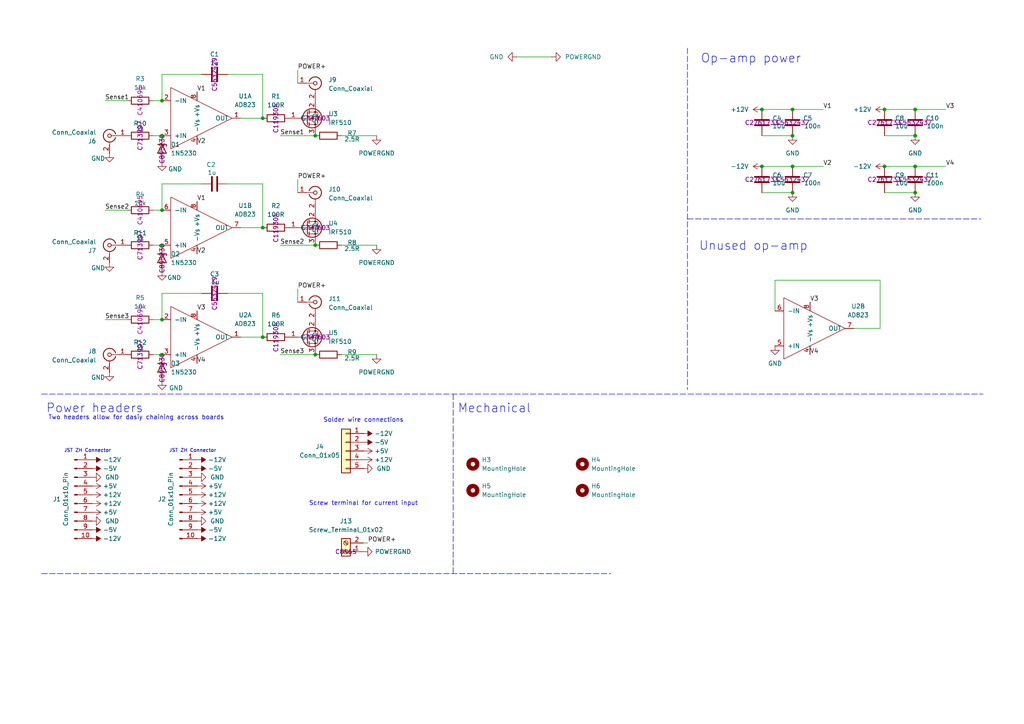
<source format=kicad_sch>
(kicad_sch (version 20250114) (generator "eeschema") (generator_version "9.0")
  (paper "A4")
  (title_block (title "3 Channel current driver") (comment 2 "Compatible with Hammond Manufacturing series 1457"))
  (lib_symbols
    (symbol "Connector:Conn_01x10_Pin" (pin_names (offset 1.016) (hide yes))
      (property "Reference" "J" (at 0 12.7 0))
      (property "Value" "Conn_01x10_Pin" (at 0 -15.24 0))
      (symbol "Conn_01x10_Pin_1_1"
        (rectangle (start 0.8636 10.287) (end 0 10.033) (stroke (width 0.1524)) (fill (type outline)))
        (rectangle (start 0.8636 7.747) (end 0 7.493) (stroke (width 0.1524)) (fill (type outline)))
        (rectangle (start 0.8636 5.207) (end 0 4.953) (stroke (width 0.1524)) (fill (type outline)))
        (rectangle (start 0.8636 2.667) (end 0 2.413) (stroke (width 0.1524)) (fill (type outline)))
        (rectangle (start 0.8636 0.127) (end 0 -0.127) (stroke (width 0.1524)) (fill (type outline)))
        (rectangle (start 0.8636 -2.413) (end 0 -2.667) (stroke (width 0.1524)) (fill (type outline)))
        (rectangle (start 0.8636 -4.953) (end 0 -5.207) (stroke (width 0.1524)) (fill (type outline)))
        (rectangle (start 0.8636 -7.493) (end 0 -7.747) (stroke (width 0.1524)) (fill (type outline)))
        (rectangle (start 0.8636 -10.033) (end 0 -10.287) (stroke (width 0.1524)) (fill (type outline)))
        (rectangle (start 0.8636 -12.573) (end 0 -12.827) (stroke (width 0.1524)) (fill (type outline)))
        (polyline (pts (xy 1.27 10.16) (xy 0.8636 10.16)) (stroke (width 0.1524)))
        (polyline (pts (xy 1.27 7.62) (xy 0.8636 7.62)) (stroke (width 0.1524)))
        (polyline (pts (xy 1.27 5.08) (xy 0.8636 5.08)) (stroke (width 0.1524)))
        (polyline (pts (xy 1.27 2.54) (xy 0.8636 2.54)) (stroke (width 0.1524)))
        (polyline (pts (xy 1.27 0) (xy 0.8636 0)) (stroke (width 0.1524)))
        (polyline (pts (xy 1.27 -2.54) (xy 0.8636 -2.54)) (stroke (width 0.1524)))
        (polyline (pts (xy 1.27 -5.08) (xy 0.8636 -5.08)) (stroke (width 0.1524)))
        (polyline (pts (xy 1.27 -7.62) (xy 0.8636 -7.62)) (stroke (width 0.1524)))
        (polyline (pts (xy 1.27 -10.16) (xy 0.8636 -10.16)) (stroke (width 0.1524)))
        (polyline (pts (xy 1.27 -12.7) (xy 0.8636 -12.7)) (stroke (width 0.1524)))
        (pin passive line (at 5.08 10.16 180) (length 3.81) (name "Pin_1") (number "1"))
        (pin passive line (at 5.08 7.62 180) (length 3.81) (name "Pin_2") (number "2"))
        (pin passive line (at 5.08 5.08 180) (length 3.81) (name "Pin_3") (number "3"))
        (pin passive line (at 5.08 2.54 180) (length 3.81) (name "Pin_4") (number "4"))
        (pin passive line (at 5.08 0 180) (length 3.81) (name "Pin_5") (number "5"))
        (pin passive line (at 5.08 -2.54 180) (length 3.81) (name "Pin_6") (number "6"))
        (pin passive line (at 5.08 -5.08 180) (length 3.81) (name "Pin_7") (number "7"))
        (pin passive line (at 5.08 -7.62 180) (length 3.81) (name "Pin_8") (number "8"))
        (pin passive line (at 5.08 -10.16 180) (length 3.81) (name "Pin_9") (number "9"))
        (pin passive line (at 5.08 -12.7 180) (length 3.81) (name "Pin_10") (number "10"))
      )
    )
    (symbol "Connector:Conn_Coaxial" (pin_names (offset 1.016) (hide yes))
      (property "Reference" "J" (at 0.254 3.048 0))
      (property "Value" "Conn_Coaxial" (at 2.921 0 90))
      (symbol "Conn_Coaxial_0_1"
        (polyline (pts (xy -2.54 0) (xy -0.508 0)))
        (arc (start 1.778 0) (mid 0.222 -1.8079) (end -1.778 -0.508) (stroke (width 0.254)))
        (arc (start -1.778 0.508) (mid 0.2221 1.8084) (end 1.778 0) (stroke (width 0.254)))
        (circle (center 0 0) (radius 0.508) (stroke (width 0.2032)))
        (polyline (pts (xy 0 -2.54) (xy 0 -1.778)))
      )
      (symbol "Conn_Coaxial_1_1"
        (pin passive line (at -5.08 0 0) (length 2.54) (name "In") (number "1"))
        (pin passive line (at 0 -5.08 90) (length 2.54) (name "Ext") (number "2"))
      )
    )
    (symbol "Connector:Screw_Terminal_01x02" (pin_names (offset 1.016) (hide yes))
      (property "Reference" "J" (at 0 2.54 0))
      (property "Value" "Screw_Terminal_01x02" (at 0 -5.08 0))
      (symbol "Screw_Terminal_01x02_1_1"
        (rectangle (start -1.27 1.27) (end 1.27 -3.81) (stroke (width 0.254)) (fill (type background)))
        (polyline (pts (xy -0.5334 0.3302) (xy 0.3302 -0.508)) (stroke (width 0.1524)))
        (polyline (pts (xy -0.5334 -2.2098) (xy 0.3302 -3.048)) (stroke (width 0.1524)))
        (polyline (pts (xy -0.3556 0.508) (xy 0.508 -0.3302)) (stroke (width 0.1524)))
        (polyline (pts (xy -0.3556 -2.032) (xy 0.508 -2.8702)) (stroke (width 0.1524)))
        (circle (center 0 0) (radius 0.635) (stroke (width 0.1524)))
        (circle (center 0 -2.54) (radius 0.635) (stroke (width 0.1524)))
        (pin passive line (at -5.08 0 0) (length 3.81) (name "Pin_1") (number "1"))
        (pin passive line (at -5.08 -2.54 0) (length 3.81) (name "Pin_2") (number "2"))
      )
    )
    (symbol "Connector_Generic:Conn_01x05" (pin_names (offset 1.016) (hide yes))
      (property "Reference" "J" (at 0 7.62 0))
      (property "Value" "Conn_01x05" (at 0 -7.62 0))
      (symbol "Conn_01x05_1_1"
        (rectangle (start -1.27 6.35) (end 1.27 -6.35) (stroke (width 0.254)) (fill (type background)))
        (rectangle (start -1.27 5.207) (end 0 4.953) (stroke (width 0.1524)))
        (rectangle (start -1.27 2.667) (end 0 2.413) (stroke (width 0.1524)))
        (rectangle (start -1.27 0.127) (end 0 -0.127) (stroke (width 0.1524)))
        (rectangle (start -1.27 -2.413) (end 0 -2.667) (stroke (width 0.1524)))
        (rectangle (start -1.27 -4.953) (end 0 -5.207) (stroke (width 0.1524)))
        (pin passive line (at -5.08 5.08 0) (length 3.81) (name "Pin_1") (number "1"))
        (pin passive line (at -5.08 2.54 0) (length 3.81) (name "Pin_2") (number "2"))
        (pin passive line (at -5.08 0 0) (length 3.81) (name "Pin_3") (number "3"))
        (pin passive line (at -5.08 -2.54 0) (length 3.81) (name "Pin_4") (number "4"))
        (pin passive line (at -5.08 -5.08 0) (length 3.81) (name "Pin_5") (number "5"))
      )
    )
    (symbol "Device:C" (pin_numbers (hide yes)) (pin_names (offset 0.254))
      (property "Reference" "C" (at 0.635 2.54 0))
      (property "Value" "C" (at 0.635 -2.54 0))
      (symbol "C_0_1"
        (polyline (pts (xy -2.032 0.762) (xy 2.032 0.762)) (stroke (width 0.508)))
        (polyline (pts (xy -2.032 -0.762) (xy 2.032 -0.762)) (stroke (width 0.508)))
      )
      (symbol "C_1_1"
        (pin passive line (at 0 3.81 270) (length 2.794) (name "~") (number "1"))
        (pin passive line (at 0 -3.81 90) (length 2.794) (name "~") (number "2"))
      )
    )
    (symbol "Device:D_Zener" (pin_numbers (hide yes)) (pin_names (offset 1.016) (hide yes))
      (property "Reference" "D" (at 0 2.54 0))
      (property "Value" "D_Zener" (at 0 -2.54 0))
      (symbol "D_Zener_0_1"
        (polyline (pts (xy -1.27 -1.27) (xy -1.27 1.27) (xy -0.762 1.27)) (stroke (width 0.254)))
        (polyline (pts (xy 1.27 0) (xy -1.27 0)))
        (polyline (pts (xy 1.27 -1.27) (xy 1.27 1.27) (xy -1.27 0) (xy 1.27 -1.27)) (stroke (width 0.254)))
      )
      (symbol "D_Zener_1_1"
        (pin passive line (at -3.81 0 0) (length 2.54) (name "K") (number "1"))
        (pin passive line (at 3.81 0 180) (length 2.54) (name "A") (number "2"))
      )
    )
    (symbol "Device:R" (pin_numbers (hide yes)) (pin_names (offset 0))
      (property "Reference" "R" (at 2.032 0 90))
      (property "Value" "R" (at 0 0 90))
      (symbol "R_0_1"
        (rectangle (start -1.016 -2.54) (end 1.016 2.54) (stroke (width 0.254)))
      )
      (symbol "R_1_1"
        (pin passive line (at 0 3.81 270) (length 1.27) (name "~") (number "1"))
        (pin passive line (at 0 -3.81 90) (length 1.27) (name "~") (number "2"))
      )
    )
    (symbol "Mechanical:MountingHole" (pin_names (offset 1.016)) (exclude_from_sim yes) (in_bom no)
      (property "Reference" "H" (at 0 5.08 0))
      (property "Value" "MountingHole" (at 0 3.175 0))
      (symbol "MountingHole_0_1"
        (circle (center 0 0) (radius 1.27) (stroke (width 1.27)))
      )
    )
    (symbol "matterwaves_symbol:AD823" (pin_names (offset 1.016))
      (property "Reference" "U" (at -11.43 1.27 0))
      (property "Value" "AD823" (at -11.43 -1.27 0))
      (symbol "AD823_0_1"
        (polyline (pts (xy 10.16 0) (xy -7.62 -8.89) (xy -7.62 8.89) (xy 10.16 0)))
        (pin passive line (at 0 7.62 270) (length 2.54) (name "+Vs") (number "8"))
        (pin passive line (at 0 -7.62 90) (length 2.54) (name "-Vs") (number "4"))
      )
      (symbol "AD823_1_1"
        (pin passive line (at -10.16 5.08 0) (length 2.54) (name "-IN") (number "2"))
        (pin passive line (at -10.16 -5.08 0) (length 2.54) (name "+IN") (number "3"))
        (pin passive line (at 12.7 0 180) (length 2.54) (name "OUT") (number "1"))
      )
      (symbol "AD823_2_1"
        (pin passive line (at -10.16 5.08 0) (length 2.54) (name "-IN") (number "6"))
        (pin passive line (at -10.16 -5.08 0) (length 2.54) (name "+IN") (number "5"))
        (pin passive line (at 12.7 0 180) (length 2.54) (name "OUT") (number "7"))
      )
    )
    (symbol "matterwaves_symbol:IRF520" (pin_names (offset 1.016))
      (property "Reference" "U" (at 3.81 1.27 0))
      (property "Value" "IRF520" (at 6.35 -1.27 0))
      (symbol "IRF520_1_1"
        (polyline (pts (xy -2.286 1.905) (xy -2.286 -1.905)) (stroke (width 0.254)))
        (polyline (pts (xy -2.286 0) (xy -5.08 0)))
        (polyline (pts (xy -1.778 2.286) (xy -1.778 1.27)) (stroke (width 0.254)))
        (polyline (pts (xy -1.778 0.508) (xy -1.778 -0.508)) (stroke (width 0.254)))
        (polyline (pts (xy -1.778 -1.27) (xy -1.778 -2.286)) (stroke (width 0.254)))
        (polyline (pts (xy -1.778 -1.778) (xy 0.762 -1.778) (xy 0.762 1.778) (xy -1.778 1.778)))
        (polyline (pts (xy -1.524 0) (xy -0.508 0.381) (xy -0.508 -0.381) (xy -1.524 0)) (fill (type outline)))
        (circle (center -0.889 0) (radius 2.794) (stroke (width 0.254)))
        (polyline (pts (xy 0 2.54) (xy 0 1.778)))
        (circle (center 0 1.778) (radius 0.254) (fill (type outline)))
        (circle (center 0 -1.778) (radius 0.254) (fill (type outline)))
        (polyline (pts (xy 0 -2.54) (xy 0 0) (xy -1.778 0)))
        (polyline (pts (xy 0.254 0.508) (xy 0.381 0.381) (xy 1.143 0.381) (xy 1.27 0.254)))
        (polyline (pts (xy 0.762 0.381) (xy 0.381 -0.254) (xy 1.143 -0.254) (xy 0.762 0.381)))
        (pin input line (at -7.62 0 0) (length 2.54) (name "G") (number "1"))
        (pin passive line (at 0 5.08 270) (length 2.54) (name "D") (number "2"))
        (pin passive line (at 0 -5.08 90) (length 2.54) (name "S") (number "3"))
      )
    )
    (symbol "power:+12V" (power) (pin_numbers (hide yes)) (pin_names (offset 0) (hide yes))
      (property "Value" "+12V" (at 0 3.556 0))
      (symbol "+12V_0_1"
        (polyline (pts (xy -0.762 1.27) (xy 0 2.54)))
        (polyline (pts (xy 0 2.54) (xy 0.762 1.27)))
        (polyline (pts (xy 0 0) (xy 0 2.54)))
      )
      (symbol "+12V_1_1"
        (pin power_in line (at 0 0 90) (length 0) (name "~") (number "1"))
      )
    )
    (symbol "power:+5V" (power) (pin_numbers (hide yes)) (pin_names (offset 0) (hide yes))
      (property "Value" "+5V" (at 0 3.556 0))
      (symbol "+5V_0_1"
        (polyline (pts (xy -0.762 1.27) (xy 0 2.54)))
        (polyline (pts (xy 0 2.54) (xy 0.762 1.27)))
        (polyline (pts (xy 0 0) (xy 0 2.54)))
      )
      (symbol "+5V_1_1"
        (pin power_in line (at 0 0 90) (length 0) (name "~") (number "1"))
      )
    )
    (symbol "power:-12V" (power) (pin_numbers (hide yes)) (pin_names (offset 0) (hide yes))
      (property "Value" "-12V" (at 0 3.556 0))
      (symbol "-12V_0_0"
        (pin power_in line (at 0 0 90) (length 0) (name "~") (number "1"))
      )
      (symbol "-12V_0_1"
        (polyline (pts (xy 0 0) (xy 0 1.27) (xy 0.762 1.27) (xy 0 2.54) (xy -0.762 1.27) (xy 0 1.27)) (fill (type outline)))
      )
    )
    (symbol "power:-5V" (power) (pin_numbers (hide yes)) (pin_names (offset 0) (hide yes))
      (property "Value" "-5V" (at 0 3.556 0))
      (symbol "-5V_0_0"
        (pin power_in line (at 0 0 90) (length 0) (name "~") (number "1"))
      )
      (symbol "-5V_0_1"
        (polyline (pts (xy 0 0) (xy 0 1.27) (xy 0.762 1.27) (xy 0 2.54) (xy -0.762 1.27) (xy 0 1.27)) (fill (type outline)))
      )
    )
    (symbol "power:GND" (power) (pin_numbers (hide yes)) (pin_names (offset 0) (hide yes))
      (property "Value" "GND" (at 0 -3.81 0))
      (symbol "GND_0_1"
        (polyline (pts (xy 0 0) (xy 0 -1.27) (xy 1.27 -1.27) (xy 0 -2.54) (xy -1.27 -1.27) (xy 0 -1.27)))
      )
      (symbol "GND_1_1"
        (pin power_in line (at 0 0 270) (length 0) (name "~") (number "1"))
      )
    )
    (symbol "power:GNDS" (power) (pin_numbers (hide yes)) (pin_names (offset 0) (hide yes))
      (property "Value" "GNDS" (at 0 -3.81 0))
      (symbol "GNDS_0_1"
        (polyline (pts (xy 0 0) (xy 0 -1.27) (xy 1.27 -1.27) (xy 0 -2.54) (xy -1.27 -1.27) (xy 0 -1.27)))
      )
      (symbol "GNDS_1_1"
        (pin power_in line (at 0 0 270) (length 0) (name "~") (number "1"))
      )
    )
  )
  (text "Solder wire connections" (at 105.41 121.92 0) (effects (font (size 1.27 1.27))))
  (text "Screw terminal for current input" (at 105.41 146.05 0) (effects (font (size 1.27 1.27))))
  (text "Unused op-amp" (at 202.692 72.898 0) (effects (font (size 2.54 2.54)) (justify left bottom)))
  (text "Mechanical" (at 132.715 120.015 0) (effects (font (size 2.54 2.54)) (justify left bottom)))
  (text "Op-amp power" (at 203.2 18.542 0) (effects (font (size 2.54 2.54)) (justify left bottom)))
  (text "JST ZH Connector" (at 55.88 130.81 0) (effects (font (size 1 1))))
  (text "Power headers" (at 13.335 120.015 0) (effects (font (size 2.54 2.54)) (justify left bottom)))
  (text "Two headers allow for dasiy chaining across boards" (at 13.97 121.92 0) (effects (font (size 1.27 1.27)) (justify left bottom)))
  (text "JST ZH Connector" (at 25.4 130.81 0) (effects (font (size 1 1))))
  (junction (at 46.99 102.87))
  (junction (at 91.44 39.37))
  (junction (at 265.43 31.75))
  (junction (at 46.99 71.12))
  (junction (at 46.99 29.21))
  (junction (at 91.44 71.12))
  (junction (at 220.98 48.26))
  (junction (at 91.44 102.87))
  (junction (at 229.87 31.75))
  (junction (at 76.2 66.04))
  (junction (at 229.87 48.26))
  (junction (at 229.87 55.88))
  (junction (at 256.54 31.75))
  (junction (at 265.43 39.37))
  (junction (at 46.99 39.37))
  (junction (at 265.43 55.88))
  (junction (at 46.99 92.71))
  (junction (at 229.87 39.37))
  (junction (at 256.54 48.26))
  (junction (at 265.43 48.26))
  (junction (at 76.2 34.29))
  (junction (at 76.2 97.79))
  (junction (at 46.99 60.96))
  (junction (at 220.98 31.75))
  (polyline (pts (xy 199.39 13.97) (xy 199.39 113.03)) (stroke (width 0) (type dash)))
  (wire (pts (xy 44.45 29.21) (xy 46.99 29.21)))
  (wire (pts (xy 66.04 21.59) (xy 76.2 21.59)))
  (wire (pts (xy 46.99 21.59) (xy 46.99 29.21)))
  (polyline (pts (xy 12.065 166.37) (xy 177.165 166.37)) (stroke (width 0) (type dash)))
  (wire (pts (xy 44.45 39.37) (xy 46.99 39.37)))
  (wire (pts (xy 220.98 39.37) (xy 229.87 39.37)))
  (wire (pts (xy 247.65 95.25) (xy 255.27 95.25)))
  (wire (pts (xy 46.99 85.09) (xy 58.42 85.09)))
  (wire (pts (xy 66.04 85.09) (xy 76.2 85.09)))
  (wire (pts (xy 69.85 34.29) (xy 76.2 34.29)))
  (wire (pts (xy 30.48 60.96) (xy 36.83 60.96)))
  (wire (pts (xy 81.28 102.87) (xy 91.44 102.87)))
  (wire (pts (xy 105.41 157.48) (xy 106.68 157.48)))
  (wire (pts (xy 255.27 81.28) (xy 224.79 81.28)))
  (wire (pts (xy 86.36 52.07) (xy 86.36 55.88)))
  (wire (pts (xy 46.99 85.09) (xy 46.99 92.71)))
  (wire (pts (xy 76.2 85.09) (xy 76.2 97.79)))
  (wire (pts (xy 220.98 48.26) (xy 229.87 48.26)))
  (wire (pts (xy 256.54 55.88) (xy 265.43 55.88)))
  (wire (pts (xy 44.45 60.96) (xy 46.99 60.96)))
  (wire (pts (xy 30.48 92.71) (xy 36.83 92.71)))
  (wire (pts (xy 224.79 81.28) (xy 224.79 90.17)))
  (wire (pts (xy 255.27 95.25) (xy 255.27 81.28)))
  (wire (pts (xy 109.22 39.37) (xy 99.06 39.37)))
  (wire (pts (xy 229.87 31.75) (xy 238.76 31.75)))
  (wire (pts (xy 66.04 53.34) (xy 76.2 53.34)))
  (wire (pts (xy 86.36 20.32) (xy 86.36 24.13)))
  (wire (pts (xy 109.22 71.12) (xy 99.06 71.12)))
  (wire (pts (xy 229.87 48.26) (xy 238.76 48.26)))
  (wire (pts (xy 86.36 83.82) (xy 86.36 87.63)))
  (polyline (pts (xy 131.445 114.3) (xy 131.445 166.37)) (stroke (width 0) (type dash)))
  (polyline (pts (xy 12.065 114.3) (xy 285.115 114.3)) (stroke (width 0) (type dash)))
  (wire (pts (xy 30.48 29.21) (xy 36.83 29.21)))
  (wire (pts (xy 220.98 55.88) (xy 229.87 55.88)))
  (wire (pts (xy 76.2 21.59) (xy 76.2 34.29)))
  (wire (pts (xy 81.28 71.12) (xy 91.44 71.12)))
  (wire (pts (xy 256.54 31.75) (xy 265.43 31.75)))
  (wire (pts (xy 256.54 48.26) (xy 265.43 48.26)))
  (wire (pts (xy 81.28 39.37) (xy 91.44 39.37)))
  (wire (pts (xy 149.86 16.51) (xy 160.02 16.51)))
  (wire (pts (xy 256.54 39.37) (xy 265.43 39.37)))
  (wire (pts (xy 265.43 31.75) (xy 274.32 31.75)))
  (wire (pts (xy 46.99 21.59) (xy 58.42 21.59)))
  (wire (pts (xy 109.22 102.87) (xy 99.06 102.87)))
  (wire (pts (xy 76.2 53.34) (xy 76.2 66.04)))
  (wire (pts (xy 44.45 71.12) (xy 46.99 71.12)))
  (wire (pts (xy 46.99 60.96) (xy 46.99 53.34)))
  (wire (pts (xy 220.98 31.75) (xy 229.87 31.75)))
  (wire (pts (xy 46.99 53.34) (xy 58.42 53.34)))
  (wire (pts (xy 44.45 92.71) (xy 46.99 92.71)))
  (wire (pts (xy 44.45 102.87) (xy 46.99 102.87)))
  (wire (pts (xy 265.43 48.26) (xy 274.32 48.26)))
  (wire (pts (xy 69.85 66.04) (xy 76.2 66.04)))
  (polyline (pts (xy 199.39 63.5) (xy 284.48 63.5)) (stroke (width 0) (type dash)))
  (wire (pts (xy 69.85 97.79) (xy 76.2 97.79)))
  (label "Sense2" (at 30.48 60.96 0))
  (label "V1" (at 57.15 58.42 0))
  (label "Sense3" (at 30.48 92.71 0))
  (label "POWER+" (at 106.68 157.48 0))
  (label "Sense3" (at 81.28 102.87 0))
  (label "Sense1" (at 81.28 39.37 0))
  (label "V1" (at 238.76 31.75 0))
  (label "V1" (at 57.15 26.67 0))
  (label "V2" (at 57.15 41.91 0))
  (label "Sense2" (at 81.28 71.12 0))
  (label "POWER+" (at 86.36 52.07 0))
  (label "V3" (at 234.95 87.63 0))
  (label "V3" (at 57.15 90.17 0))
  (label "Sense1" (at 30.48 29.21 0))
  (label "V4" (at 274.32 48.26 0))
  (label "POWER+" (at 86.36 20.32 0))
  (label "POWER+" (at 86.36 83.82 0))
  (label "V4" (at 234.95 102.87 0))
  (label "V4" (at 57.15 105.41 0))
  (label "V2" (at 57.15 73.66 0))
  (label "V3" (at 274.32 31.75 0))
  (label "V2" (at 238.76 48.26 0))
  (symbol (lib_id "matterwaves_symbol:AD823") (at 57.15 97.79 0) (unit 1)
    (property "Reference" "U2" (at 71.12 91.3698 0))
    (property "Value" "AD823" (at 71.12 93.9098 0))
    (property "Footprint" "Package_DIP:DIP-8_W7.62mm_Socket_LongPads" (effects (hide yes)))
  )
  (symbol (lib_id "power:-12V") (at 105.41 125.73 270) (unit 1)
    (property "Reference" "#PWR023" (effects (hide yes)))
    (property "Value" "-12V" (at 108.585 125.73 90) (effects (justify left)))
    (property "Description" "Power symbol creates a global label with name \"-12V\"" (effects (hide yes)))
  )
  (symbol (lib_id "Mechanical:MountingHole") (at 137.16 134.62 0) (unit 1) (exclude_from_sim yes) (in_bom no)
    (property "Reference" "H3" (at 139.7 133.3499 0) (effects (justify left)))
    (property "Value" "MountingHole" (at 139.7 135.8899 0) (effects (justify left)))
    (property "Footprint" "MountingHole:MountingHole_3.2mm_M3" (effects (hide yes)))
    (property "Description" "Mounting Hole without connection" (effects (hide yes)))
  )
  (symbol (lib_id "Device:R") (at 80.01 97.79 90) (unit 1)
    (property "Reference" "R6" (at 80.01 91.44 90))
    (property "Value" "100R" (at 80.01 93.98 90))
    (property "Footprint" "Resistor_THT:R_Axial_DIN0207_L6.3mm_D2.5mm_P10.16mm_Horizontal" (effects (hide yes)))
    (property "Description" "Resistor" (effects (hide yes)))
    (property "LCSC" "C119304" (at 80.01 97.79 0))
  )
  (symbol (lib_id "Device:D_Zener") (at 46.99 106.68 270) (unit 1)
    (property "Reference" "D3" (at 49.53 105.4099 90) (effects (justify left)))
    (property "Value" "1N5230" (at 49.53 107.9499 90) (effects (justify left)))
    (property "Footprint" "Diode_THT:D_A-405_P10.16mm_Horizontal" (effects (hide yes)))
    (property "Description" "Zener diode" (effects (hide yes)))
    (property "LCSC" "C895238" (at 46.99 106.68 0))
  )
  (symbol (lib_id "Device:C") (at 220.98 52.07 180) (unit 1)
    (property "Reference" "C6" (at 224.028 50.8 0) (effects (justify right)))
    (property "Value" "10u" (at 224.028 53.086 0) (effects (justify right)))
    (property "Footprint" "Capacitor_THT:C_Disc_D4.3mm_W1.9mm_P5.00mm" (effects (hide yes)))
    (property "Description" "Unpolarized capacitor" (effects (hide yes)))
    (property "LCSC" "C2761733" (at 220.98 52.07 0))
  )
  (symbol (lib_id "power:-12V") (at 57.15 156.21 270) (unit 1)
    (property "Reference" "#PWR020" (effects (hide yes)))
    (property "Value" "-12V" (at 60.325 156.21 90) (effects (justify left)))
    (property "Description" "Power symbol creates a global label with name \"-12V\"" (effects (hide yes)))
  )
  (symbol (lib_id "Device:R") (at 95.25 71.12 90) (unit 1)
    (property "Reference" "R8" (at 102.108 70.358 90))
    (property "Value" "2.5R" (at 102.108 72.136 90))
    (property "Footprint" "Resistor_THT:R_Axial_Power_L25.0mm_W6.4mm_P30.48mm" (effects (hide yes)))
    (property "Description" "Resistor" (effects (hide yes)))
  )
  (symbol (lib_id "power:GND") (at 105.41 135.89 90) (unit 1)
    (property "Reference" "#PWR027" (effects (hide yes)))
    (property "Value" "GND" (at 109.22 135.89 90) (effects (justify right)))
    (property "Description" "Power symbol creates a global label with name \"GND\" , ground" (effects (hide yes)))
  )
  (symbol (lib_id "power:GND") (at 46.99 78.74 0) (unit 1)
    (property "Reference" "#PWR048" (effects (hide yes)))
    (property "Value" "GND" (at 50.546 80.518 0))
    (property "Description" "Power symbol creates a global label with name \"GND\" , ground" (effects (hide yes)))
  )
  (symbol (lib_id "Device:R") (at 40.64 29.21 90) (unit 1)
    (property "Reference" "R3" (at 40.64 22.86 90))
    (property "Value" "10k" (at 40.64 25.4 90))
    (property "Footprint" "Resistor_THT:R_Axial_DIN0207_L6.3mm_D2.5mm_P10.16mm_Horizontal" (effects (hide yes)))
    (property "Description" "Resistor" (effects (hide yes)))
    (property "LCSC" "C410695" (at 40.64 29.21 0))
  )
  (symbol (lib_id "Device:C") (at 265.43 35.56 180) (unit 1)
    (property "Reference" "C10" (at 268.478 34.29 0) (effects (justify right)))
    (property "Value" "100n" (at 268.732 36.576 0) (effects (justify right)))
    (property "Footprint" "Capacitor_THT:C_Disc_D4.3mm_W1.9mm_P5.00mm" (effects (hide yes)))
    (property "Description" "Unpolarized capacitor" (effects (hide yes)))
    (property "LCSC" "C5632437" (at 265.43 35.56 0))
  )
  (symbol (lib_id "power:+12V") (at 26.67 146.05 270) (unit 1)
    (property "Reference" "#PWR06" (effects (hide yes)))
    (property "Value" "+12V" (at 29.845 146.05 90) (effects (justify left)))
    (property "Description" "Power symbol creates a global label with name \"+12V\"" (effects (hide yes)))
  )
  (symbol (lib_id "power:GND") (at 57.15 151.13 90) (unit 1)
    (property "Reference" "#PWR018" (effects (hide yes)))
    (property "Value" "GND" (at 60.96 151.13 90) (effects (justify right)))
    (property "Description" "Power symbol creates a global label with name \"GND\" , ground" (effects (hide yes)))
  )
  (symbol (lib_id "Device:C") (at 256.54 52.07 180) (unit 1)
    (property "Reference" "C9" (at 259.588 50.8 0) (effects (justify right)))
    (property "Value" "10u" (at 259.588 53.086 0) (effects (justify right)))
    (property "Footprint" "Capacitor_THT:C_Disc_D4.3mm_W1.9mm_P5.00mm" (effects (hide yes)))
    (property "Description" "Unpolarized capacitor" (effects (hide yes)))
    (property "LCSC" "C2761733" (at 256.54 52.07 0))
  )
  (symbol (lib_id "power:+5V") (at 26.67 140.97 270) (unit 1)
    (property "Reference" "#PWR04" (effects (hide yes)))
    (property "Value" "+5V" (at 29.845 140.97 90) (effects (justify left)))
    (property "Description" "Power symbol creates a global label with name \"+5V\"" (effects (hide yes)))
  )
  (symbol (lib_id "power:GNDS") (at 109.22 102.87 0) (unit 1)
    (property "Reference" "#PWR035" (effects (hide yes)))
    (property "Value" "POWERGND" (at 109.22 107.95 0))
    (property "Description" "Power symbol creates a global label with name \"GNDS\" , signal ground" (effects (hide yes)))
  )
  (symbol (lib_id "power:GND") (at 224.79 100.33 0) (unit 1)
    (property "Reference" "#PWR047" (effects (hide yes)))
    (property "Value" "GND" (at 224.79 105.41 0))
    (property "Description" "Power symbol creates a global label with name \"GND\" , ground" (effects (hide yes)))
  )
  (symbol (lib_id "power:GND") (at 46.99 46.99 0) (unit 1)
    (property "Reference" "#PWR049" (effects (hide yes)))
    (property "Value" "GND" (at 50.8 49.022 0))
    (property "Description" "Power symbol creates a global label with name \"GND\" , ground" (effects (hide yes)))
  )
  (symbol (lib_id "power:+12V") (at 57.15 143.51 270) (unit 1)
    (property "Reference" "#PWR015" (effects (hide yes)))
    (property "Value" "+12V" (at 60.325 143.51 90) (effects (justify left)))
    (property "Description" "Power symbol creates a global label with name \"+12V\"" (effects (hide yes)))
  )
  (symbol (lib_id "Connector:Conn_Coaxial") (at 91.44 55.88 0) (unit 1)
    (property "Reference" "J10" (at 95.25 54.9031 0) (effects (justify left)))
    (property "Value" "Conn_Coaxial" (at 95.25 57.4431 0) (effects (justify left)))
    (property "Footprint" "Connector_Coaxial:SMA_Molex_73251-1153_EdgeMount_Horizontal" (effects (hide yes)))
    (property "Description" "coaxial connector (BNC, SMA, SMB, SMC, Cinch/RCA, LEMO, ...)" (effects (hide yes)))
    (property "Digikey PN" "900-0732511153-ND" (effects (hide yes)))
  )
  (symbol (lib_id "Connector:Conn_Coaxial") (at 31.75 71.12 0) (mirror y) (unit 1)
    (property "Reference" "J7" (at 27.94 72.6833 0) (effects (justify left)))
    (property "Value" "Conn_Coaxial" (at 27.94 70.1433 0) (effects (justify left)))
    (property "Footprint" "Connector_Coaxial:SMA_Molex_73251-1153_EdgeMount_Horizontal" (effects (hide yes)))
    (property "Description" "coaxial connector (BNC, SMA, SMB, SMC, Cinch/RCA, LEMO, ...)" (effects (hide yes)))
    (property "Digikey PN" "900-0732511153-ND" (effects (hide yes)))
  )
  (symbol (lib_id "power:GND") (at 26.67 138.43 90) (unit 1)
    (property "Reference" "#PWR03" (effects (hide yes)))
    (property "Value" "GND" (at 30.48 138.43 90) (effects (justify right)))
    (property "Description" "Power symbol creates a global label with name \"GND\" , ground" (effects (hide yes)))
  )
  (symbol (lib_id "Device:R") (at 95.25 39.37 90) (unit 1)
    (property "Reference" "R7" (at 102.108 38.608 90))
    (property "Value" "2.5R" (at 102.108 40.386 90))
    (property "Footprint" "Resistor_THT:R_Axial_Power_L25.0mm_W6.4mm_P30.48mm" (effects (hide yes)))
    (property "Description" "Resistor" (effects (hide yes)))
  )
  (symbol (lib_id "Connector:Conn_01x10_Pin") (at 21.59 143.51 0) (unit 1)
    (property "Reference" "J1" (at 16.51 144.78 0))
    (property "Value" "Conn_01x10_Pin" (at 19.05 144.78 90))
    (property "Footprint" "Connector_JST:JST_ZH_B10B-ZR_1x10_P1.50mm_Vertical" (effects (hide yes)))
    (property "Description" "Generic connector, single row, 01x10, script generated" (effects (hide yes)))
    (property "Digikey PN" "455-S10B-ZR-ND" (effects (hide yes)))
  )
  (symbol (lib_id "Connector_Generic:Conn_01x05") (at 100.33 130.81 0) (mirror y) (unit 1)
    (property "Reference" "J4" (at 92.71 129.54 0))
    (property "Value" "Conn_01x05" (at 92.71 132.08 0))
    (property "Footprint" "Connector_Wire:SolderWire-0.75sqmm_1x05_P4.8mm_D1.25mm_OD2.3mm" (effects (hide yes)))
    (property "Description" "Generic connector, single row, 01x05, script generated (kicad-library-utils/schlib/autogen/connector/)" (effects (hide yes)))
  )
  (symbol (lib_id "power:+5V") (at 57.15 140.97 270) (unit 1)
    (property "Reference" "#PWR014" (effects (hide yes)))
    (property "Value" "+5V" (at 60.325 140.97 90) (effects (justify left)))
    (property "Description" "Power symbol creates a global label with name \"+5V\"" (effects (hide yes)))
  )
  (symbol (lib_id "Device:C") (at 229.87 52.07 180) (unit 1)
    (property "Reference" "C7" (at 232.918 50.8 0) (effects (justify right)))
    (property "Value" "100n" (at 233.172 53.086 0) (effects (justify right)))
    (property "Footprint" "Capacitor_THT:C_Disc_D4.3mm_W1.9mm_P5.00mm" (effects (hide yes)))
    (property "Description" "Unpolarized capacitor" (effects (hide yes)))
    (property "LCSC" "C5632437" (at 229.87 52.07 0))
  )
  (symbol (lib_id "Device:R") (at 80.01 66.04 90) (unit 1)
    (property "Reference" "R2" (at 80.01 59.69 90))
    (property "Value" "100R" (at 80.01 62.23 90))
    (property "Footprint" "Resistor_THT:R_Axial_DIN0207_L6.3mm_D2.5mm_P10.16mm_Horizontal" (effects (hide yes)))
    (property "Description" "Resistor" (effects (hide yes)))
    (property "LCSC" "C119304" (at 80.01 66.04 0))
  )
  (symbol (lib_id "Device:R") (at 80.01 34.29 90) (unit 1)
    (property "Reference" "R1" (at 80.01 27.94 90))
    (property "Value" "100R" (at 80.01 30.48 90))
    (property "Footprint" "Resistor_THT:R_Axial_DIN0207_L6.3mm_D2.5mm_P10.16mm_Horizontal" (effects (hide yes)))
    (property "Description" "Resistor" (effects (hide yes)))
    (property "LCSC" "C119304" (at 80.01 34.29 0))
  )
  (symbol (lib_id "power:+5V") (at 26.67 148.59 270) (unit 1)
    (property "Reference" "#PWR07" (effects (hide yes)))
    (property "Value" "+5V" (at 29.845 148.59 90) (effects (justify left)))
    (property "Description" "Power symbol creates a global label with name \"+5V\"" (effects (hide yes)))
  )
  (symbol (lib_id "power:-5V") (at 26.67 153.67 270) (unit 1)
    (property "Reference" "#PWR09" (effects (hide yes)))
    (property "Value" "-5V" (at 29.845 153.67 90) (effects (justify left)))
    (property "Description" "Power symbol creates a global label with name \"-5V\"" (effects (hide yes)))
  )
  (symbol (lib_id "power:GND") (at 57.15 138.43 90) (unit 1)
    (property "Reference" "#PWR013" (effects (hide yes)))
    (property "Value" "GND" (at 60.96 138.43 90) (effects (justify right)))
    (property "Description" "Power symbol creates a global label with name \"GND\" , ground" (effects (hide yes)))
  )
  (symbol (lib_id "Device:C") (at 220.98 35.56 180) (unit 1)
    (property "Reference" "C4" (at 224.028 34.29 0) (effects (justify right)))
    (property "Value" "10u" (at 224.028 36.576 0) (effects (justify right)))
    (property "Footprint" "Capacitor_THT:C_Disc_D4.3mm_W1.9mm_P5.00mm" (effects (hide yes)))
    (property "Description" "Unpolarized capacitor" (effects (hide yes)))
    (property "LCSC" "C2761733" (at 220.98 35.56 0))
  )
  (symbol (lib_id "power:GND") (at 26.67 151.13 90) (unit 1)
    (property "Reference" "#PWR08" (effects (hide yes)))
    (property "Value" "GND" (at 30.48 151.13 90) (effects (justify right)))
    (property "Description" "Power symbol creates a global label with name \"GND\" , ground" (effects (hide yes)))
  )
  (symbol (lib_id "Device:R") (at 40.64 60.96 90) (unit 1)
    (property "Reference" "R4" (at 40.64 56.388 90))
    (property "Value" "10k" (at 40.64 58.928 90))
    (property "Footprint" "Resistor_THT:R_Axial_DIN0207_L6.3mm_D2.5mm_P10.16mm_Horizontal" (effects (hide yes)))
    (property "Description" "Resistor" (effects (hide yes)))
    (property "LCSC" "C410695" (at 40.64 60.96 0))
  )
  (symbol (lib_id "matterwaves_symbol:IRF520") (at 91.44 66.04 0) (unit 1)
    (property "Reference" "U4" (at 95.25 64.7699 0) (effects (justify left)))
    (property "Value" "IRF510" (at 95.25 67.3099 0) (effects (justify left)))
    (property "Footprint" "Package_TO_SOT_THT:TO-220-3_Vertical" (effects (hide yes)))
    (property "Datasheet" "https://www.vishay.com/docs/91017/91017.pdf" (effects (hide yes)))
    (property "Digi-Key Part Number" "IRF520PBF-ND" (effects (hide yes)))
    (property "LCSC" "C727603" (at 91.44 66.04 0))
  )
  (symbol (lib_id "power:+12V") (at 57.15 146.05 270) (unit 1)
    (property "Reference" "#PWR016" (effects (hide yes)))
    (property "Value" "+12V" (at 60.325 146.05 90) (effects (justify left)))
    (property "Description" "Power symbol creates a global label with name \"+12V\"" (effects (hide yes)))
  )
  (symbol (lib_id "power:GNDS") (at 109.22 39.37 0) (unit 1)
    (property "Reference" "#PWR033" (effects (hide yes)))
    (property "Value" "POWERGND" (at 109.22 44.45 0))
    (property "Description" "Power symbol creates a global label with name \"GNDS\" , signal ground" (effects (hide yes)))
  )
  (symbol (lib_id "Device:C") (at 62.23 53.34 90) (unit 1)
    (property "Reference" "C2" (at 61.214 47.752 90))
    (property "Value" "1u" (at 61.468 50.038 90))
    (property "Footprint" "Capacitor_THT:C_Disc_D4.3mm_W1.9mm_P5.00mm" (effects (hide yes)))
    (property "Description" "Unpolarized capacitor" (effects (hide yes)))
    (property "LCSC" "C5632429" (effects (hide yes)))
  )
  (symbol (lib_id "power:GND") (at 265.43 39.37 0) (unit 1)
    (property "Reference" "#PWR045" (effects (hide yes)))
    (property "Value" "GND" (at 265.43 44.45 0))
    (property "Description" "Power symbol creates a global label with name \"GND\" , ground" (effects (hide yes)))
  )
  (symbol (lib_id "Device:C") (at 229.87 35.56 180) (unit 1)
    (property "Reference" "C5" (at 232.918 34.29 0) (effects (justify right)))
    (property "Value" "100n" (at 233.172 36.576 0) (effects (justify right)))
    (property "Footprint" "Capacitor_THT:C_Disc_D4.3mm_W1.9mm_P5.00mm" (effects (hide yes)))
    (property "Description" "Unpolarized capacitor" (effects (hide yes)))
    (property "LCSC" "C5632437" (at 229.87 35.56 0))
  )
  (symbol (lib_id "power:GNDS") (at 105.41 160.02 90) (unit 1)
    (property "Reference" "#PWR028" (effects (hide yes)))
    (property "Value" "POWERGND" (at 108.712 160.02 90) (effects (justify right)))
    (property "Description" "Power symbol creates a global label with name \"GNDS\" , signal ground" (effects (hide yes)))
  )
  (symbol (lib_id "power:-5V") (at 57.15 153.67 270) (unit 1)
    (property "Reference" "#PWR019" (effects (hide yes)))
    (property "Value" "-5V" (at 60.325 153.67 90) (effects (justify left)))
    (property "Description" "Power symbol creates a global label with name \"-5V\"" (effects (hide yes)))
  )
  (symbol (lib_id "Device:C") (at 62.23 85.09 90) (unit 1)
    (property "Reference" "C3" (at 62.23 79.502 90))
    (property "Value" "1u" (at 62.484 81.788 90))
    (property "Footprint" "Capacitor_THT:C_Disc_D4.3mm_W1.9mm_P5.00mm" (effects (hide yes)))
    (property "Description" "Unpolarized capacitor" (effects (hide yes)))
    (property "LCSC" "C5632429" (at 62.23 85.09 0))
  )
  (symbol (lib_id "power:GND") (at 46.99 110.49 0) (unit 1)
    (property "Reference" "#PWR050" (effects (hide yes)))
    (property "Value" "GND" (at 51.054 112.522 0))
    (property "Description" "Power symbol creates a global label with name \"GND\" , ground" (effects (hide yes)))
  )
  (symbol (lib_id "Device:R") (at 40.64 92.71 90) (unit 1)
    (property "Reference" "R5" (at 40.64 86.36 90))
    (property "Value" "10k" (at 40.64 88.9 90))
    (property "Footprint" "Resistor_THT:R_Axial_DIN0207_L6.3mm_D2.5mm_P10.16mm_Horizontal" (effects (hide yes)))
    (property "Description" "Resistor" (effects (hide yes)))
    (property "LCSC" "C410695" (at 40.64 92.71 0))
  )
  (symbol (lib_id "Connector:Conn_Coaxial") (at 91.44 87.63 0) (unit 1)
    (property "Reference" "J11" (at 95.25 86.6531 0) (effects (justify left)))
    (property "Value" "Conn_Coaxial" (at 95.25 89.1931 0) (effects (justify left)))
    (property "Footprint" "Connector_Coaxial:SMA_Molex_73251-1153_EdgeMount_Horizontal" (effects (hide yes)))
    (property "Description" "coaxial connector (BNC, SMA, SMB, SMC, Cinch/RCA, LEMO, ...)" (effects (hide yes)))
    (property "Digikey PN" "900-0732511153-ND" (effects (hide yes)))
  )
  (symbol (lib_id "Device:C") (at 265.43 52.07 180) (unit 1)
    (property "Reference" "C11" (at 268.478 50.8 0) (effects (justify right)))
    (property "Value" "100n" (at 268.732 53.086 0) (effects (justify right)))
    (property "Footprint" "Capacitor_THT:C_Disc_D4.3mm_W1.9mm_P5.00mm" (effects (hide yes)))
    (property "Description" "Unpolarized capacitor" (effects (hide yes)))
    (property "LCSC" "C5632437" (at 265.43 52.07 0))
  )
  (symbol (lib_id "matterwaves_symbol:IRF520") (at 91.44 34.29 0) (unit 1)
    (property "Reference" "U3" (at 95.25 33.0199 0) (effects (justify left)))
    (property "Value" "IRF510" (at 95.25 35.5599 0) (effects (justify left)))
    (property "Footprint" "Package_TO_SOT_THT:TO-220-3_Vertical" (effects (hide yes)))
    (property "Datasheet" "https://www.vishay.com/docs/91017/91017.pdf" (effects (hide yes)))
    (property "Digi-Key Part Number" "IRF520PBF-ND" (effects (hide yes)))
    (property "LCSC" "C727603" (at 91.44 34.29 0))
  )
  (symbol (lib_id "Mechanical:MountingHole") (at 137.16 142.24 0) (unit 1) (exclude_from_sim yes) (in_bom no)
    (property "Reference" "H5" (at 139.7 140.9699 0) (effects (justify left)))
    (property "Value" "MountingHole" (at 139.7 143.5099 0) (effects (justify left)))
    (property "Footprint" "MountingHole:MountingHole_3.2mm_M3" (effects (hide yes)))
    (property "Description" "Mounting Hole without connection" (effects (hide yes)))
  )
  (symbol (lib_id "Device:D_Zener") (at 46.99 74.93 270) (unit 1)
    (property "Reference" "D2" (at 49.53 73.6599 90) (effects (justify left)))
    (property "Value" "1N5230" (at 49.53 76.1999 90) (effects (justify left)))
    (property "Footprint" "Diode_THT:D_A-405_P10.16mm_Horizontal" (effects (hide yes)))
    (property "Description" "Zener diode" (effects (hide yes)))
    (property "LCSC" "C895238" (at 46.99 74.93 0))
  )
  (symbol (lib_id "Mechanical:MountingHole") (at 168.91 142.24 0) (unit 1) (exclude_from_sim yes) (in_bom no)
    (property "Reference" "H6" (at 171.45 140.9699 0) (effects (justify left)))
    (property "Value" "MountingHole" (at 171.45 143.5099 0) (effects (justify left)))
    (property "Footprint" "MountingHole:MountingHole_3.2mm_M3" (effects (hide yes)))
    (property "Description" "Mounting Hole without connection" (effects (hide yes)))
  )
  (symbol (lib_id "power:+12V") (at 220.98 31.75 90) (unit 1)
    (property "Reference" "#PWR037" (effects (hide yes)))
    (property "Value" "+12V" (at 217.17 31.7499 90) (effects (justify left)))
    (property "Description" "Power symbol creates a global label with name \"+12V\"" (effects (hide yes)))
  )
  (symbol (lib_id "power:GND") (at 229.87 39.37 0) (unit 1)
    (property "Reference" "#PWR036" (effects (hide yes)))
    (property "Value" "GND" (at 229.87 44.45 0))
    (property "Description" "Power symbol creates a global label with name \"GND\" , ground" (effects (hide yes)))
  )
  (symbol (lib_id "matterwaves_symbol:IRF520") (at 91.44 97.79 0) (unit 1)
    (property "Reference" "U5" (at 95.25 96.5199 0) (effects (justify left)))
    (property "Value" "IRF510" (at 95.25 99.0599 0) (effects (justify left)))
    (property "Footprint" "Package_TO_SOT_THT:TO-220-3_Vertical" (effects (hide yes)))
    (property "Datasheet" "https://www.vishay.com/docs/91017/91017.pdf" (effects (hide yes)))
    (property "Digi-Key Part Number" "IRF520PBF-ND" (effects (hide yes)))
    (property "LCSC" "C727603" (at 91.44 97.79 0))
  )
  (symbol (lib_id "power:-12V") (at 57.15 133.35 270) (unit 1)
    (property "Reference" "#PWR011" (effects (hide yes)))
    (property "Value" "-12V" (at 60.325 133.35 90) (effects (justify left)))
    (property "Description" "Power symbol creates a global label with name \"-12V\"" (effects (hide yes)))
  )
  (symbol (lib_id "power:GNDS") (at 109.22 71.12 0) (unit 1)
    (property "Reference" "#PWR034" (effects (hide yes)))
    (property "Value" "POWERGND" (at 109.22 76.2 0))
    (property "Description" "Power symbol creates a global label with name \"GNDS\" , signal ground" (effects (hide yes)))
  )
  (symbol (lib_id "Connector:Conn_Coaxial") (at 31.75 102.87 0) (mirror y) (unit 1)
    (property "Reference" "J8" (at 27.94 101.8931 0) (effects (justify left)))
    (property "Value" "Conn_Coaxial" (at 27.94 104.4331 0) (effects (justify left)))
    (property "Footprint" "Connector_Coaxial:SMA_Molex_73251-1153_EdgeMount_Horizontal" (effects (hide yes)))
    (property "Description" "coaxial connector (BNC, SMA, SMB, SMC, Cinch/RCA, LEMO, ...)" (effects (hide yes)))
    (property "Digikey PN" "900-0732511153-ND" (effects (hide yes)))
  )
  (symbol (lib_id "matterwaves_symbol:AD823") (at 57.15 34.29 0) (unit 1)
    (property "Reference" "U1" (at 71.12 27.8698 0))
    (property "Value" "AD823" (at 71.12 30.4098 0))
    (property "Footprint" "Package_DIP:DIP-8_W7.62mm_Socket_LongPads" (effects (hide yes)))
  )
  (symbol (lib_id "power:+12V") (at 26.67 143.51 270) (unit 1)
    (property "Reference" "#PWR05" (effects (hide yes)))
    (property "Value" "+12V" (at 29.845 143.51 90) (effects (justify left)))
    (property "Description" "Power symbol creates a global label with name \"+12V\"" (effects (hide yes)))
  )
  (symbol (lib_id "power:-12V") (at 26.67 156.21 270) (unit 1)
    (property "Reference" "#PWR010" (effects (hide yes)))
    (property "Value" "-12V" (at 29.845 156.21 90) (effects (justify left)))
    (property "Description" "Power symbol creates a global label with name \"-12V\"" (effects (hide yes)))
  )
  (symbol (lib_id "Device:C") (at 62.23 21.59 90) (unit 1)
    (property "Reference" "C1" (at 62.23 15.748 90))
    (property "Value" "1u" (at 62.23 18.288 90))
    (property "Footprint" "Capacitor_THT:C_Disc_D4.3mm_W1.9mm_P5.00mm" (effects (hide yes)))
    (property "Description" "Unpolarized capacitor" (effects (hide yes)))
    (property "LCSC" "C5632429" (at 62.23 21.59 0))
  )
  (symbol (lib_id "power:+12V") (at 256.54 31.75 90) (unit 1)
    (property "Reference" "#PWR043" (effects (hide yes)))
    (property "Value" "+12V" (at 252.73 31.7499 90) (effects (justify left)))
    (property "Description" "Power symbol creates a global label with name \"+12V\"" (effects (hide yes)))
  )
  (symbol (lib_id "power:-5V") (at 26.67 135.89 270) (unit 1)
    (property "Reference" "#PWR02" (effects (hide yes)))
    (property "Value" "-5V" (at 29.845 135.89 90) (effects (justify left)))
    (property "Description" "Power symbol creates a global label with name \"-5V\"" (effects (hide yes)))
  )
  (symbol (lib_id "power:GND") (at 265.43 55.88 0) (unit 1)
    (property "Reference" "#PWR046" (effects (hide yes)))
    (property "Value" "GND" (at 265.43 60.96 0))
    (property "Description" "Power symbol creates a global label with name \"GND\" , ground" (effects (hide yes)))
  )
  (symbol (lib_id "Device:R") (at 40.64 102.87 90) (unit 1)
    (property "Reference" "R12" (at 40.64 99.314 90))
    (property "Value" "1k" (at 40.64 100.838 90))
    (property "Footprint" "Resistor_THT:R_Axial_DIN0207_L6.3mm_D2.5mm_P10.16mm_Horizontal" (effects (hide yes)))
    (property "Description" "Resistor" (effects (hide yes)))
    (property "LCSC" "C713997" (at 40.64 102.87 0))
  )
  (symbol (lib_id "Mechanical:MountingHole") (at 168.91 134.62 0) (unit 1) (exclude_from_sim yes) (in_bom no)
    (property "Reference" "H4" (at 171.45 133.3499 0) (effects (justify left)))
    (property "Value" "MountingHole" (at 171.45 135.8899 0) (effects (justify left)))
    (property "Footprint" "MountingHole:MountingHole_3.2mm_M3" (effects (hide yes)))
    (property "Description" "Mounting Hole without connection" (effects (hide yes)))
  )
  (symbol (lib_id "power:+12V") (at 105.41 133.35 270) (unit 1)
    (property "Reference" "#PWR026" (effects (hide yes)))
    (property "Value" "+12V" (at 108.585 133.35 90) (effects (justify left)))
    (property "Description" "Power symbol creates a global label with name \"+12V\"" (effects (hide yes)))
  )
  (symbol (lib_id "Connector:Conn_Coaxial") (at 91.44 24.13 0) (unit 1)
    (property "Reference" "J9" (at 95.25 23.1531 0) (effects (justify left)))
    (property "Value" "Conn_Coaxial" (at 95.25 25.6931 0) (effects (justify left)))
    (property "Footprint" "Connector_Coaxial:SMA_Molex_73251-1153_EdgeMount_Horizontal" (effects (hide yes)))
    (property "Description" "coaxial connector (BNC, SMA, SMB, SMC, Cinch/RCA, LEMO, ...)" (effects (hide yes)))
    (property "Digikey PN" "900-0732511153-ND" (effects (hide yes)))
  )
  (symbol (lib_id "power:GND") (at 31.75 107.95 0) (unit 1)
    (property "Reference" "#PWR042" (effects (hide yes)))
    (property "Value" "GND" (at 28.448 109.474 0))
    (property "Description" "Power symbol creates a global label with name \"GND\" , ground" (effects (hide yes)))
  )
  (symbol (lib_id "Device:R") (at 95.25 102.87 90) (unit 1)
    (property "Reference" "R9" (at 102.108 102.108 90))
    (property "Value" "2.5R" (at 102.108 103.886 90))
    (property "Footprint" "Resistor_THT:R_Axial_Power_L25.0mm_W6.4mm_P30.48mm" (effects (hide yes)))
    (property "Description" "Resistor" (effects (hide yes)))
  )
  (symbol (lib_id "matterwaves_symbol:AD823") (at 57.15 66.04 0) (unit 2)
    (property "Reference" "U1" (at 71.12 59.6198 0))
    (property "Value" "AD823" (at 71.12 62.1598 0))
    (property "Footprint" "Package_DIP:DIP-8_W7.62mm_Socket_LongPads" (effects (hide yes)))
  )
  (symbol (lib_id "power:-12V") (at 26.67 133.35 270) (unit 1)
    (property "Reference" "#PWR01" (effects (hide yes)))
    (property "Value" "-12V" (at 29.845 133.35 90) (effects (justify left)))
    (property "Description" "Power symbol creates a global label with name \"-12V\"" (effects (hide yes)))
  )
  (symbol (lib_id "Device:R") (at 40.64 39.37 90) (unit 1)
    (property "Reference" "R10" (at 40.64 35.814 90))
    (property "Value" "1k" (at 40.64 37.338 90))
    (property "Footprint" "Resistor_THT:R_Axial_DIN0207_L6.3mm_D2.5mm_P10.16mm_Horizontal" (effects (hide yes)))
    (property "Description" "Resistor" (effects (hide yes)))
    (property "LCSC" "C713997" (at 40.64 39.37 0))
  )
  (symbol (lib_id "Connector:Screw_Terminal_01x02") (at 100.33 160.02 180) (unit 1)
    (property "Reference" "J13" (at 100.33 151.13 0))
    (property "Value" "Screw_Terminal_01x02" (at 100.33 153.67 0))
    (property "Footprint" "TerminalBlock:TerminalBlock_bornier-2_P5.08mm" (effects (hide yes)))
    (property "Description" "Generic screw terminal, single row, 01x02, script generated (kicad-library-utils/schlib/autogen/connector/)" (effects (hide yes)))
    (property "LCSC" "C8465" (at 100.33 160.02 0))
  )
  (symbol (lib_id "power:-5V") (at 105.41 128.27 270) (unit 1)
    (property "Reference" "#PWR024" (effects (hide yes)))
    (property "Value" "-5V" (at 108.585 128.27 90) (effects (justify left)))
    (property "Description" "Power symbol creates a global label with name \"-5V\"" (effects (hide yes)))
  )
  (symbol (lib_id "Device:R") (at 40.64 71.12 90) (unit 1)
    (property "Reference" "R11" (at 40.64 67.564 90))
    (property "Value" "1k" (at 40.64 69.088 90))
    (property "Footprint" "Resistor_THT:R_Axial_DIN0207_L6.3mm_D2.5mm_P10.16mm_Horizontal" (effects (hide yes)))
    (property "Description" "Resistor" (effects (hide yes)))
    (property "LCSC" "C713997" (at 40.64 71.12 0))
  )
  (symbol (lib_id "power:GNDS") (at 160.02 16.51 90) (unit 1)
    (property "Reference" "#PWR029" (effects (hide yes)))
    (property "Value" "POWERGND" (at 163.83 16.5099 90) (effects (justify right)))
    (property "Description" "Power symbol creates a global label with name \"GNDS\" , signal ground" (effects (hide yes)))
  )
  (symbol (lib_id "power:+5V") (at 105.41 130.81 270) (unit 1)
    (property "Reference" "#PWR025" (effects (hide yes)))
    (property "Value" "+5V" (at 108.585 130.81 90) (effects (justify left)))
    (property "Description" "Power symbol creates a global label with name \"+5V\"" (effects (hide yes)))
  )
  (symbol (lib_id "power:GND") (at 229.87 55.88 0) (unit 1)
    (property "Reference" "#PWR039" (effects (hide yes)))
    (property "Value" "GND" (at 229.87 60.96 0))
    (property "Description" "Power symbol creates a global label with name \"GND\" , ground" (effects (hide yes)))
  )
  (symbol (lib_id "power:GND") (at 31.75 44.45 0) (unit 1)
    (property "Reference" "#PWR040" (effects (hide yes)))
    (property "Value" "GND" (at 28.448 45.974 0))
    (property "Description" "Power symbol creates a global label with name \"GND\" , ground" (effects (hide yes)))
  )
  (symbol (lib_id "power:+5V") (at 57.15 148.59 270) (unit 1)
    (property "Reference" "#PWR017" (effects (hide yes)))
    (property "Value" "+5V" (at 60.325 148.59 90) (effects (justify left)))
    (property "Description" "Power symbol creates a global label with name \"+5V\"" (effects (hide yes)))
  )
  (symbol (lib_id "Connector:Conn_Coaxial") (at 31.75 39.37 0) (mirror y) (unit 1)
    (property "Reference" "J6" (at 27.94 40.9333 0) (effects (justify left)))
    (property "Value" "Conn_Coaxial" (at 27.94 38.3933 0) (effects (justify left)))
    (property "Footprint" "Connector_Coaxial:SMA_Molex_73251-1153_EdgeMount_Horizontal" (effects (hide yes)))
    (property "Description" "coaxial connector (BNC, SMA, SMB, SMC, Cinch/RCA, LEMO, ...)" (effects (hide yes)))
    (property "Digikey PN" "900-0732511153-ND" (effects (hide yes)))
  )
  (symbol (lib_id "power:+12V") (at 220.98 48.26 90) (unit 1)
    (property "Reference" "#PWR038" (effects (hide yes)))
    (property "Value" "-12V" (at 217.17 48.2599 90) (effects (justify left)))
    (property "Description" "Power symbol creates a global label with name \"+12V\"" (effects (hide yes)))
  )
  (symbol (lib_id "Device:D_Zener") (at 46.99 43.18 270) (unit 1)
    (property "Reference" "D1" (at 49.53 41.9099 90) (effects (justify left)))
    (property "Value" "1N5230" (at 49.53 44.4499 90) (effects (justify left)))
    (property "Footprint" "Diode_THT:D_A-405_P10.16mm_Horizontal" (effects (hide yes)))
    (property "Description" "Zener diode" (effects (hide yes)))
    (property "LCSC" "C895238" (at 46.99 43.18 0))
  )
  (symbol (lib_id "matterwaves_symbol:AD823") (at 234.95 95.25 0) (unit 2)
    (property "Reference" "U2" (at 248.92 88.8298 0))
    (property "Value" "AD823" (at 248.92 91.3698 0))
    (property "Footprint" "Package_DIP:DIP-8_W7.62mm_Socket_LongPads" (effects (hide yes)))
  )
  (symbol (lib_id "Connector:Conn_01x10_Pin") (at 52.07 143.51 0) (unit 1)
    (property "Reference" "J2" (at 46.99 144.78 0))
    (property "Value" "Conn_01x10_Pin" (at 49.53 144.78 90))
    (property "Footprint" "Connector_JST:JST_ZH_B10B-ZR_1x10_P1.50mm_Vertical" (effects (hide yes)))
    (property "Description" "Generic connector, single row, 01x10, script generated" (effects (hide yes)))
    (property "Digikey PN" "455-S10B-ZR-ND" (effects (hide yes)))
  )
  (symbol (lib_id "power:GND") (at 149.86 16.51 270) (unit 1)
    (property "Reference" "#PWR030" (effects (hide yes)))
    (property "Value" "GND" (at 146.05 16.51 90) (effects (justify right)))
    (property "Description" "Power symbol creates a global label with name \"GND\" , ground" (effects (hide yes)))
  )
  (symbol (lib_id "power:+12V") (at 256.54 48.26 90) (unit 1)
    (property "Reference" "#PWR044" (effects (hide yes)))
    (property "Value" "-12V" (at 252.73 48.2599 90) (effects (justify left)))
    (property "Description" "Power symbol creates a global label with name \"+12V\"" (effects (hide yes)))
  )
  (symbol (lib_id "power:-5V") (at 57.15 135.89 270) (unit 1)
    (property "Reference" "#PWR012" (effects (hide yes)))
    (property "Value" "-5V" (at 60.325 135.89 90) (effects (justify left)))
    (property "Description" "Power symbol creates a global label with name \"-5V\"" (effects (hide yes)))
  )
  (symbol (lib_id "Device:C") (at 256.54 35.56 180) (unit 1)
    (property "Reference" "C8" (at 259.588 34.29 0) (effects (justify right)))
    (property "Value" "10u" (at 259.588 36.576 0) (effects (justify right)))
    (property "Footprint" "Capacitor_THT:C_Disc_D4.3mm_W1.9mm_P5.00mm" (effects (hide yes)))
    (property "Description" "Unpolarized capacitor" (effects (hide yes)))
    (property "LCSC" "C2761733" (at 256.54 35.56 0))
  )
  (symbol (lib_id "power:GND") (at 31.75 76.2 0) (unit 1)
    (property "Reference" "#PWR041" (effects (hide yes)))
    (property "Value" "GND" (at 28.448 77.724 0))
    (property "Description" "Power symbol creates a global label with name \"GND\" , ground" (effects (hide yes)))
  )
)
</source>
